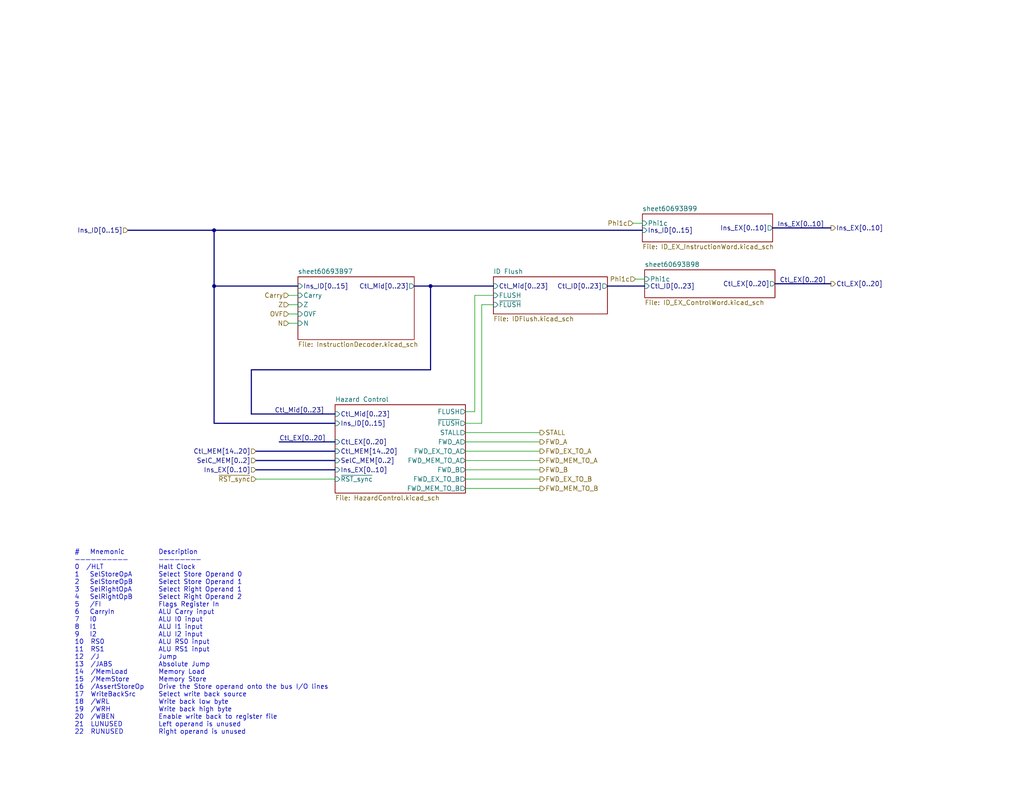
<source format=kicad_sch>
(kicad_sch
	(version 20250114)
	(generator "eeschema")
	(generator_version "9.0")
	(uuid "5600b446-cc57-4d99-a6dd-3cb2f076483c")
	(paper "USLetter")
	(title_block
		(title "ID")
		(date "2023-11-14")
		(rev "E")
		(comment 1 "Simultaneously, read the register file using indices extracted from the instruction word.")
		(comment 2 "effect conditional instructions.")
		(comment 3 "The decoder takes the condition code from the flags register into account to")
		(comment 4 "The instruction decoder turns a 5-bit opcode into an array of control signals.")
	)
	(lib_symbols)
	(text "Description\n————————\nHalt Clock\nSelect Store Operand 0\nSelect Store Operand 1\nSelect Right Operand 1\nSelect Right Operand 2\nFlags Register In\nALU Carry input\nALU I0 input\nALU I1 input\nALU I2 input\nALU RS0 input\nALU RS1 input\nJump\nAbsolute Jump\nMemory Load\nMemory Store\nDrive the Store operand onto the bus I/O lines\nSelect write back source\nWrite back low byte\nWrite back high byte\nEnable write back to register file\nLeft operand is unused\nRight operand is unused"
		(exclude_from_sim no)
		(at 43.18 200.66 0)
		(effects
			(font
				(size 1.27 1.27)
			)
			(justify left bottom)
		)
		(uuid "2ecadc66-69f8-45d0-bf37-af9bed077d19")
	)
	(text "#   Mnemonic\n——————————\n0  /HLT\n1   SelStoreOpA\n2   SelStoreOpB\n3   SelRightOpA\n4   SelRightOpB\n5   /FI\n6   CarryIn\n7   I0\n8   I1\n9   I2\n10  RS0\n11  RS1\n12  /J\n13  /JABS\n14  /MemLoad\n15  /MemStore\n16  /AssertStoreOp\n17  WriteBackSrc\n18  /WRL\n19  /WRH\n20  /WBEN\n21  LUNUSED\n22  RUNUSED"
		(exclude_from_sim no)
		(at 20.32 200.66 0)
		(effects
			(font
				(size 1.27 1.27)
			)
			(justify left bottom)
		)
		(uuid "8233de19-691a-4981-9177-f647c5ab854c")
	)
	(junction
		(at 58.42 62.865)
		(diameter 0)
		(color 0 0 0 0)
		(uuid "27fc5420-c52b-4eba-a1e9-ae94d208cd7e")
	)
	(junction
		(at 58.42 78.105)
		(diameter 0)
		(color 0 0 0 0)
		(uuid "887ab833-ee12-497c-90d3-1578904a39e9")
	)
	(junction
		(at 117.475 78.105)
		(diameter 0)
		(color 0 0 0 0)
		(uuid "f736a6c7-9be7-44ae-ac00-60a1411474ec")
	)
	(wire
		(pts
			(xy 134.62 83.185) (xy 131.445 83.185)
		)
		(stroke
			(width 0)
			(type default)
		)
		(uuid "023d7c59-9f96-48ec-bca5-46e2c44765c1")
	)
	(wire
		(pts
			(xy 81.28 88.265) (xy 78.74 88.265)
		)
		(stroke
			(width 0)
			(type default)
		)
		(uuid "126a1a13-ddbb-43b9-9ae5-a2413b275385")
	)
	(bus
		(pts
			(xy 68.58 113.03) (xy 91.44 113.03)
		)
		(stroke
			(width 0)
			(type default)
		)
		(uuid "14be568d-2e52-4aed-b81b-dddc75cbdd07")
	)
	(bus
		(pts
			(xy 117.475 100.965) (xy 117.475 78.105)
		)
		(stroke
			(width 0)
			(type default)
		)
		(uuid "1941e420-4cb0-441f-a0bc-292db13826af")
	)
	(wire
		(pts
			(xy 134.62 80.645) (xy 129.54 80.645)
		)
		(stroke
			(width 0)
			(type default)
		)
		(uuid "2538294c-99ec-4ad5-a6e4-614ad96ea43f")
	)
	(wire
		(pts
			(xy 129.54 80.645) (xy 129.54 112.395)
		)
		(stroke
			(width 0)
			(type default)
		)
		(uuid "2c16b2dd-40dd-41bd-b765-ff6631d4954c")
	)
	(wire
		(pts
			(xy 175.895 76.2) (xy 173.355 76.2)
		)
		(stroke
			(width 0)
			(type default)
		)
		(uuid "2f862d5e-6b1a-434a-a473-9c5deb2e4f13")
	)
	(wire
		(pts
			(xy 127 128.27) (xy 147.32 128.27)
		)
		(stroke
			(width 0)
			(type default)
		)
		(uuid "3036986f-780f-4e5b-8e4b-4e66acc1e072")
	)
	(wire
		(pts
			(xy 175.26 60.96) (xy 172.72 60.96)
		)
		(stroke
			(width 0)
			(type default)
		)
		(uuid "393e9771-92ee-4e12-83a4-d7ca522bd1ec")
	)
	(bus
		(pts
			(xy 69.85 128.27) (xy 91.44 128.27)
		)
		(stroke
			(width 0)
			(type default)
		)
		(uuid "3f40e620-2b34-4c9e-b852-1ba39e3dbc3a")
	)
	(bus
		(pts
			(xy 91.44 120.65) (xy 76.2 120.65)
		)
		(stroke
			(width 0)
			(type default)
		)
		(uuid "40dd95e8-f694-4b73-9182-5d9645228bbb")
	)
	(bus
		(pts
			(xy 165.735 78.105) (xy 175.895 78.105)
		)
		(stroke
			(width 0)
			(type default)
		)
		(uuid "46bfed32-22ce-4957-8e2a-6317b79d7429")
	)
	(wire
		(pts
			(xy 131.445 83.185) (xy 131.445 115.57)
		)
		(stroke
			(width 0)
			(type default)
		)
		(uuid "479d6773-06cf-4fd5-90e1-17eb1fab43b6")
	)
	(wire
		(pts
			(xy 81.28 85.725) (xy 78.74 85.725)
		)
		(stroke
			(width 0)
			(type default)
		)
		(uuid "61e795c9-5bb5-48b3-b7a0-cb64f04c7adc")
	)
	(wire
		(pts
			(xy 127 123.19) (xy 147.32 123.19)
		)
		(stroke
			(width 0)
			(type default)
		)
		(uuid "6b732b9b-51f6-479d-b29b-3f7cb9c273ef")
	)
	(bus
		(pts
			(xy 58.42 115.57) (xy 91.44 115.57)
		)
		(stroke
			(width 0)
			(type default)
		)
		(uuid "6c5e0d12-8ed5-4c38-93b5-5d0f856a23b9")
	)
	(bus
		(pts
			(xy 69.85 123.19) (xy 91.44 123.19)
		)
		(stroke
			(width 0)
			(type default)
		)
		(uuid "70b621b6-45b5-43cb-9683-d589118723d7")
	)
	(wire
		(pts
			(xy 127 120.65) (xy 147.32 120.65)
		)
		(stroke
			(width 0)
			(type default)
		)
		(uuid "729e0aa9-1770-4b96-8a01-af601278faec")
	)
	(bus
		(pts
			(xy 69.85 125.73) (xy 91.44 125.73)
		)
		(stroke
			(width 0)
			(type default)
		)
		(uuid "73e2a101-0bc0-414b-9aa7-7eeb8a3caef1")
	)
	(wire
		(pts
			(xy 81.28 83.185) (xy 78.74 83.185)
		)
		(stroke
			(width 0)
			(type default)
		)
		(uuid "85762fc6-4dad-4d00-b3f3-d625c47e2b72")
	)
	(wire
		(pts
			(xy 127 133.35) (xy 147.32 133.35)
		)
		(stroke
			(width 0)
			(type default)
		)
		(uuid "8f577817-ea32-42aa-bedc-809b6d0ffec6")
	)
	(bus
		(pts
			(xy 34.925 62.865) (xy 58.42 62.865)
		)
		(stroke
			(width 0)
			(type default)
		)
		(uuid "91815931-350b-44ea-ae11-854683127765")
	)
	(bus
		(pts
			(xy 68.58 100.965) (xy 117.475 100.965)
		)
		(stroke
			(width 0)
			(type default)
		)
		(uuid "9f27179e-d350-4f24-bf52-36bbf4ba6b99")
	)
	(bus
		(pts
			(xy 81.28 78.105) (xy 58.42 78.105)
		)
		(stroke
			(width 0)
			(type default)
		)
		(uuid "aeef9f8f-2515-46d6-a613-4e8d98d0e468")
	)
	(wire
		(pts
			(xy 127 118.11) (xy 147.32 118.11)
		)
		(stroke
			(width 0)
			(type default)
		)
		(uuid "b05af61d-3c1d-44cf-aea2-61fd169c9d1a")
	)
	(wire
		(pts
			(xy 131.445 115.57) (xy 127 115.57)
		)
		(stroke
			(width 0)
			(type default)
		)
		(uuid "b2f0d2a1-f189-4de9-9dee-e5aeee076a6a")
	)
	(wire
		(pts
			(xy 127 125.73) (xy 147.32 125.73)
		)
		(stroke
			(width 0)
			(type default)
		)
		(uuid "b8a69dfb-4ff5-4171-8662-f4fd81f9fc4a")
	)
	(bus
		(pts
			(xy 117.475 78.105) (xy 134.62 78.105)
		)
		(stroke
			(width 0)
			(type default)
		)
		(uuid "bb81a3bc-f073-4b69-8a35-af4e29bce5a3")
	)
	(bus
		(pts
			(xy 211.455 77.47) (xy 226.695 77.47)
		)
		(stroke
			(width 0)
			(type default)
		)
		(uuid "ca12753c-a5f4-49a4-bb14-a01420a86edb")
	)
	(bus
		(pts
			(xy 58.42 62.865) (xy 175.26 62.865)
		)
		(stroke
			(width 0)
			(type default)
		)
		(uuid "ca5b0ce4-20d9-48e8-a898-92c469528a80")
	)
	(wire
		(pts
			(xy 127 112.395) (xy 129.54 112.395)
		)
		(stroke
			(width 0)
			(type default)
		)
		(uuid "cd351107-b20e-48bb-9048-36db5b96f92c")
	)
	(wire
		(pts
			(xy 147.32 130.81) (xy 127 130.81)
		)
		(stroke
			(width 0)
			(type default)
		)
		(uuid "cf02db11-2ff8-4f79-b3e9-9802575ab786")
	)
	(bus
		(pts
			(xy 113.03 78.105) (xy 117.475 78.105)
		)
		(stroke
			(width 0)
			(type default)
		)
		(uuid "d4527958-a0de-432d-98a9-7f2f2a2e0535")
	)
	(wire
		(pts
			(xy 81.28 80.645) (xy 78.74 80.645)
		)
		(stroke
			(width 0)
			(type default)
		)
		(uuid "d5316dab-96ab-4569-a34d-520f96a50c86")
	)
	(bus
		(pts
			(xy 210.82 62.23) (xy 226.695 62.23)
		)
		(stroke
			(width 0)
			(type default)
		)
		(uuid "eca73914-6f4b-487c-b8f6-6bedca0fa3fb")
	)
	(bus
		(pts
			(xy 58.42 78.105) (xy 58.42 115.57)
		)
		(stroke
			(width 0)
			(type default)
		)
		(uuid "ef30652b-06fe-409e-909f-902aeff43d35")
	)
	(bus
		(pts
			(xy 68.58 113.03) (xy 68.58 100.965)
		)
		(stroke
			(width 0)
			(type default)
		)
		(uuid "f3397a80-5954-4a92-86d8-e9ade732f1d4")
	)
	(bus
		(pts
			(xy 58.42 62.865) (xy 58.42 78.105)
		)
		(stroke
			(width 0)
			(type default)
		)
		(uuid "f683b564-906b-42f6-a233-cd22c58657dd")
	)
	(wire
		(pts
			(xy 69.85 130.81) (xy 91.44 130.81)
		)
		(stroke
			(width 0)
			(type default)
		)
		(uuid "fe888b81-efe2-43e0-88ce-129469aeaa40")
	)
	(label "Ins_EX[0..10]"
		(at 212.09 62.23 0)
		(effects
			(font
				(size 1.27 1.27)
			)
			(justify left bottom)
		)
		(uuid "418a0e9c-c95f-4d4a-a88f-ec13faf3303c")
	)
	(label "Ctl_EX[0..20]"
		(at 76.2 120.65 0)
		(effects
			(font
				(size 1.27 1.27)
			)
			(justify left bottom)
		)
		(uuid "47810042-03f0-4ee4-a50e-f2ff484df170")
	)
	(label "Ctl_EX[0..20]"
		(at 212.725 77.47 0)
		(effects
			(font
				(size 1.27 1.27)
			)
			(justify left bottom)
		)
		(uuid "7288ce3d-ad6e-43f5-96ca-99065d7798d0")
	)
	(label "Ctl_Mid[0..23]"
		(at 74.93 113.03 0)
		(effects
			(font
				(size 1.27 1.27)
			)
			(justify left bottom)
		)
		(uuid "796db869-0097-47e7-801f-cda0ea750e7a")
	)
	(hierarchical_label "Carry"
		(shape input)
		(at 78.74 80.645 180)
		(effects
			(font
				(size 1.27 1.27)
			)
			(justify right)
		)
		(uuid "013a1c32-db17-4fdf-9087-65b8bebaf5c1")
	)
	(hierarchical_label "Phi1c"
		(shape input)
		(at 173.355 76.2 180)
		(effects
			(font
				(size 1.27 1.27)
			)
			(justify right)
		)
		(uuid "0eecf8e0-d186-4d02-915d-689b4d405ef9")
	)
	(hierarchical_label "OVF"
		(shape input)
		(at 78.74 85.725 180)
		(effects
			(font
				(size 1.27 1.27)
			)
			(justify right)
		)
		(uuid "2bf34b7c-94ca-4ac8-94c5-6312536f342f")
	)
	(hierarchical_label "FWD_A"
		(shape output)
		(at 147.32 120.65 0)
		(effects
			(font
				(size 1.27 1.27)
			)
			(justify left)
		)
		(uuid "2cea7e27-6394-4df4-ac1c-163e3974eba6")
	)
	(hierarchical_label "N"
		(shape input)
		(at 78.74 88.265 180)
		(effects
			(font
				(size 1.27 1.27)
			)
			(justify right)
		)
		(uuid "2eccec55-e8a8-4ef3-bb76-4a91f5245f42")
	)
	(hierarchical_label "Z"
		(shape input)
		(at 78.74 83.185 180)
		(effects
			(font
				(size 1.27 1.27)
			)
			(justify right)
		)
		(uuid "39f65f62-d48a-4aa3-a9a3-c17d058105fe")
	)
	(hierarchical_label "FWD_EX_TO_B"
		(shape output)
		(at 147.32 130.81 0)
		(effects
			(font
				(size 1.27 1.27)
			)
			(justify left)
		)
		(uuid "3ad742b0-3846-4693-9fdf-4d5261187ca9")
	)
	(hierarchical_label "Ctl_EX[0..20]"
		(shape output)
		(at 226.695 77.47 0)
		(effects
			(font
				(size 1.27 1.27)
			)
			(justify left)
		)
		(uuid "44f6de44-c3d8-405f-ac4c-196fb6e5deee")
	)
	(hierarchical_label "Ins_EX[0..10]"
		(shape input)
		(at 69.85 128.27 180)
		(effects
			(font
				(size 1.27 1.27)
			)
			(justify right)
		)
		(uuid "48d919bf-1f23-4426-bfff-25ceb2530f1f")
	)
	(hierarchical_label "STALL"
		(shape output)
		(at 147.32 118.11 0)
		(effects
			(font
				(size 1.27 1.27)
			)
			(justify left)
		)
		(uuid "7e9c7b14-3332-49ee-a587-5014a80db3f9")
	)
	(hierarchical_label "Ctl_MEM[14..20]"
		(shape input)
		(at 69.85 123.19 180)
		(effects
			(font
				(size 1.27 1.27)
			)
			(justify right)
		)
		(uuid "7f2c9904-545b-4337-acd6-8707e0924818")
	)
	(hierarchical_label "Ins_EX[0..10]"
		(shape output)
		(at 226.695 62.23 0)
		(effects
			(font
				(size 1.27 1.27)
			)
			(justify left)
		)
		(uuid "9f7324c5-50a2-442c-8a80-edf04aa2b2ac")
	)
	(hierarchical_label "FWD_MEM_TO_B"
		(shape output)
		(at 147.32 133.35 0)
		(effects
			(font
				(size 1.27 1.27)
			)
			(justify left)
		)
		(uuid "abd7f2b5-ebf6-4918-aadc-24dabcc8e48f")
	)
	(hierarchical_label "Phi1c"
		(shape input)
		(at 172.72 60.96 180)
		(effects
			(font
				(size 1.27 1.27)
			)
			(justify right)
		)
		(uuid "c4245c26-171a-403e-a2d8-6d9acc61fcae")
	)
	(hierarchical_label "FWD_MEM_TO_A"
		(shape output)
		(at 147.32 125.73 0)
		(effects
			(font
				(size 1.27 1.27)
			)
			(justify left)
		)
		(uuid "d153cf8f-3cfc-4866-8bb5-6e189efc6334")
	)
	(hierarchical_label "SelC_MEM[0..2]"
		(shape input)
		(at 69.85 125.73 180)
		(effects
			(font
				(size 1.27 1.27)
			)
			(justify right)
		)
		(uuid "e382fedc-c868-44fd-9740-47cc05b15c1c")
	)
	(hierarchical_label "Ins_ID[0..15]"
		(shape input)
		(at 34.925 62.865 180)
		(effects
			(font
				(size 1.27 1.27)
			)
			(justify right)
		)
		(uuid "e5e03502-ed28-4743-9af6-23bafe8e639e")
	)
	(hierarchical_label "FWD_EX_TO_A"
		(shape output)
		(at 147.32 123.19 0)
		(effects
			(font
				(size 1.27 1.27)
			)
			(justify left)
		)
		(uuid "e73d5cff-eaf0-4767-b7c2-fda165aced8e")
	)
	(hierarchical_label "~{RST_sync}"
		(shape input)
		(at 69.85 130.81 180)
		(effects
			(font
				(size 1.27 1.27)
			)
			(justify right)
		)
		(uuid "e8a67363-4973-4744-b0d4-b537ac4aaca8")
	)
	(hierarchical_label "FWD_B"
		(shape output)
		(at 147.32 128.27 0)
		(effects
			(font
				(size 1.27 1.27)
			)
			(justify left)
		)
		(uuid "f4679fa8-ba18-4ec6-9bda-7def86487715")
	)
	(sheet
		(at 91.44 110.49)
		(size 35.56 24.13)
		(exclude_from_sim no)
		(in_bom yes)
		(on_board yes)
		(dnp no)
		(fields_autoplaced yes)
		(stroke
			(width 0)
			(type solid)
		)
		(fill
			(color 0 0 0 0.0000)
		)
		(uuid "00000000-0000-0000-0000-00005fda967f")
		(property "Sheetname" "Hazard Control"
			(at 91.44 109.7784 0)
			(effects
				(font
					(size 1.27 1.27)
				)
				(justify left bottom)
			)
		)
		(property "Sheetfile" "HazardControl.kicad_sch"
			(at 91.44 135.2046 0)
			(effects
				(font
					(size 1.27 1.27)
				)
				(justify left top)
			)
		)
		(pin "SelC_MEM[0..2]" input
			(at 91.44 125.73 180)
			(uuid "ab5db7e5-9de7-449f-b70b-9d0dd610b10b")
			(effects
				(font
					(size 1.27 1.27)
				)
				(justify left)
			)
		)
		(pin "Ins_EX[0..10]" input
			(at 91.44 128.27 180)
			(uuid "a4813917-c395-4e03-b658-4133a12249cd")
			(effects
				(font
					(size 1.27 1.27)
				)
				(justify left)
			)
		)
		(pin "Ctl_MEM[14..20]" input
			(at 91.44 123.19 180)
			(uuid "f2cb3dc7-19c3-4d39-8479-4368f9d1680c")
			(effects
				(font
					(size 1.27 1.27)
				)
				(justify left)
			)
		)
		(pin "Ins_ID[0..15]" input
			(at 91.44 115.57 180)
			(uuid "ee5ea3d6-1422-40d3-882b-9d8b9c72bbba")
			(effects
				(font
					(size 1.27 1.27)
				)
				(justify left)
			)
		)
		(pin "STALL" output
			(at 127 118.11 0)
			(uuid "6c1d0ff6-53d9-4a5b-89a8-5313d6ca7d94")
			(effects
				(font
					(size 1.27 1.27)
				)
				(justify right)
			)
		)
		(pin "~{FLUSH}" output
			(at 127 115.57 0)
			(uuid "94b40fef-8e3d-4a32-a137-035c86ca86c8")
			(effects
				(font
					(size 1.27 1.27)
				)
				(justify right)
			)
		)
		(pin "FWD_A" output
			(at 127 120.65 0)
			(uuid "bb592211-9895-49a1-bb6a-47f7a9f85864")
			(effects
				(font
					(size 1.27 1.27)
				)
				(justify right)
			)
		)
		(pin "FWD_EX_TO_A" output
			(at 127 123.19 0)
			(uuid "a28b42a6-1c1a-4667-9b8b-ad6bdfd23632")
			(effects
				(font
					(size 1.27 1.27)
				)
				(justify right)
			)
		)
		(pin "FWD_MEM_TO_A" output
			(at 127 125.73 0)
			(uuid "fc56b098-c3aa-474b-aac9-da58d4f42386")
			(effects
				(font
					(size 1.27 1.27)
				)
				(justify right)
			)
		)
		(pin "FWD_EX_TO_B" output
			(at 127 130.81 0)
			(uuid "c360b637-6f5d-44e0-97f7-af09c2986ed7")
			(effects
				(font
					(size 1.27 1.27)
				)
				(justify right)
			)
		)
		(pin "FWD_MEM_TO_B" output
			(at 127 133.35 0)
			(uuid "91e34627-a183-42e4-bafa-955f631c2bab")
			(effects
				(font
					(size 1.27 1.27)
				)
				(justify right)
			)
		)
		(pin "FWD_B" output
			(at 127 128.27 0)
			(uuid "0df376e0-b3b8-4926-8318-ef70bcc43326")
			(effects
				(font
					(size 1.27 1.27)
				)
				(justify right)
			)
		)
		(pin "Ctl_Mid[0..23]" input
			(at 91.44 113.03 180)
			(uuid "d0e144a3-6f5f-4307-ac4c-47637e9032bf")
			(effects
				(font
					(size 1.27 1.27)
				)
				(justify left)
			)
		)
		(pin "~{RST_sync}" input
			(at 91.44 130.81 180)
			(uuid "3afbca7c-6431-4b48-95eb-70440d83182e")
			(effects
				(font
					(size 1.27 1.27)
				)
				(justify left)
			)
		)
		(pin "FLUSH" output
			(at 127 112.395 0)
			(uuid "8ebb9e95-3077-468f-b1ce-2532864c8a5b")
			(effects
				(font
					(size 1.27 1.27)
				)
				(justify right)
			)
		)
		(pin "Ctl_EX[0..20]" input
			(at 91.44 120.65 180)
			(uuid "26c71aa4-6d7b-4b4a-8877-c1425a3e0c35")
			(effects
				(font
					(size 1.27 1.27)
				)
				(justify left)
			)
		)
		(instances
			(project "ControlModule"
				(path "/83c5181e-f5ee-453c-ae5c-d7256ba8837d/00000000-0000-0000-0000-00005fed3839"
					(page "31")
				)
			)
		)
	)
	(sheet
		(at 81.28 75.565)
		(size 31.75 17.145)
		(exclude_from_sim no)
		(in_bom yes)
		(on_board yes)
		(dnp no)
		(fields_autoplaced yes)
		(stroke
			(width 0)
			(type solid)
		)
		(fill
			(color 0 0 0 0.0000)
		)
		(uuid "00000000-0000-0000-0000-000060693bcf")
		(property "Sheetname" "sheet60693B97"
			(at 81.28 74.8534 0)
			(effects
				(font
					(size 1.27 1.27)
				)
				(justify left bottom)
			)
		)
		(property "Sheetfile" "InstructionDecoder.kicad_sch"
			(at 81.28 93.2946 0)
			(effects
				(font
					(size 1.27 1.27)
				)
				(justify left top)
			)
		)
		(pin "Carry" input
			(at 81.28 80.645 180)
			(uuid "92ba8945-0271-4dc3-a102-541bc7646045")
			(effects
				(font
					(size 1.27 1.27)
				)
				(justify left)
			)
		)
		(pin "Z" input
			(at 81.28 83.185 180)
			(uuid "c8ce7d0f-bd8a-416c-9bb9-339f4090a830")
			(effects
				(font
					(size 1.27 1.27)
				)
				(justify left)
			)
		)
		(pin "Ins_ID[0..15]" input
			(at 81.28 78.105 180)
			(uuid "3a41f6b2-d64e-4fc9-9c78-62461e28f42c")
			(effects
				(font
					(size 1.27 1.27)
				)
				(justify left)
			)
		)
		(pin "OVF" input
			(at 81.28 85.725 180)
			(uuid "fd2d066c-2ff9-43c4-ab8e-a65d2b71b5c1")
			(effects
				(font
					(size 1.27 1.27)
				)
				(justify left)
			)
		)
		(pin "Ctl_Mid[0..23]" output
			(at 113.03 78.105 0)
			(uuid "815a0815-7930-45ec-8d6e-dc110f979c75")
			(effects
				(font
					(size 1.27 1.27)
				)
				(justify right)
			)
		)
		(pin "N" input
			(at 81.28 88.265 180)
			(uuid "2d3645f0-5e3c-4ee7-ae58-320ab620781d")
			(effects
				(font
					(size 1.27 1.27)
				)
				(justify left)
			)
		)
		(instances
			(project "ControlModule"
				(path "/83c5181e-f5ee-453c-ae5c-d7256ba8837d/00000000-0000-0000-0000-00005fed3839"
					(page "28")
				)
			)
		)
	)
	(sheet
		(at 175.895 73.66)
		(size 35.56 7.62)
		(exclude_from_sim no)
		(in_bom yes)
		(on_board yes)
		(dnp no)
		(fields_autoplaced yes)
		(stroke
			(width 0)
			(type solid)
		)
		(fill
			(color 0 0 0 0.0000)
		)
		(uuid "00000000-0000-0000-0000-000060693be1")
		(property "Sheetname" "sheet60693B98"
			(at 175.895 72.9484 0)
			(effects
				(font
					(size 1.27 1.27)
				)
				(justify left bottom)
			)
		)
		(property "Sheetfile" "ID_EX_ControlWord.kicad_sch"
			(at 175.895 81.8646 0)
			(effects
				(font
					(size 1.27 1.27)
				)
				(justify left top)
			)
		)
		(pin "Ctl_ID[0..23]" input
			(at 175.895 78.105 180)
			(uuid "050ccb9c-c92e-4885-96ad-3c8ee62baa70")
			(effects
				(font
					(size 1.27 1.27)
				)
				(justify left)
			)
		)
		(pin "Ctl_EX[0..20]" output
			(at 211.455 77.47 0)
			(uuid "c31b0de8-04f3-4322-ac80-83337fa9be21")
			(effects
				(font
					(size 1.27 1.27)
				)
				(justify right)
			)
		)
		(pin "Phi1c" input
			(at 175.895 76.2 180)
			(uuid "5ec4efca-a682-4804-b74b-522548ab3414")
			(effects
				(font
					(size 1.27 1.27)
				)
				(justify left)
			)
		)
		(instances
			(project "ControlModule"
				(path "/83c5181e-f5ee-453c-ae5c-d7256ba8837d/00000000-0000-0000-0000-00005fed3839"
					(page "34")
				)
			)
		)
	)
	(sheet
		(at 175.26 58.42)
		(size 35.56 7.62)
		(exclude_from_sim no)
		(in_bom yes)
		(on_board yes)
		(dnp no)
		(fields_autoplaced yes)
		(stroke
			(width 0)
			(type solid)
		)
		(fill
			(color 0 0 0 0.0000)
		)
		(uuid "00000000-0000-0000-0000-000060693be5")
		(property "Sheetname" "sheet60693B99"
			(at 175.26 57.7084 0)
			(effects
				(font
					(size 1.27 1.27)
				)
				(justify left bottom)
			)
		)
		(property "Sheetfile" "ID_EX_InstructionWord.kicad_sch"
			(at 175.26 66.6246 0)
			(effects
				(font
					(size 1.27 1.27)
				)
				(justify left top)
			)
		)
		(pin "Ins_ID[0..15]" input
			(at 175.26 62.865 180)
			(uuid "a560f403-c7e0-4d97-9b6c-c5351bebb237")
			(effects
				(font
					(size 1.27 1.27)
				)
				(justify left)
			)
		)
		(pin "Ins_EX[0..10]" output
			(at 210.82 62.23 0)
			(uuid "5cfe5589-d53d-4797-82e8-c31b86c5fbb8")
			(effects
				(font
					(size 1.27 1.27)
				)
				(justify right)
			)
		)
		(pin "Phi1c" input
			(at 175.26 60.96 180)
			(uuid "13c5a143-2777-4d83-a358-3f308477d9f1")
			(effects
				(font
					(size 1.27 1.27)
				)
				(justify left)
			)
		)
		(instances
			(project "ControlModule"
				(path "/83c5181e-f5ee-453c-ae5c-d7256ba8837d/00000000-0000-0000-0000-00005fed3839"
					(page "33")
				)
			)
		)
	)
	(sheet
		(at 134.62 75.565)
		(size 31.115 10.16)
		(exclude_from_sim no)
		(in_bom yes)
		(on_board yes)
		(dnp no)
		(fields_autoplaced yes)
		(stroke
			(width 0.1524)
			(type solid)
		)
		(fill
			(color 0 0 0 0.0000)
		)
		(uuid "960ada49-cad4-45a9-8c06-0a6f2ac09c81")
		(property "Sheetname" "ID Flush"
			(at 134.62 74.8534 0)
			(effects
				(font
					(size 1.27 1.27)
				)
				(justify left bottom)
			)
		)
		(property "Sheetfile" "IDFlush.kicad_sch"
			(at 134.62 86.3096 0)
			(effects
				(font
					(size 1.27 1.27)
				)
				(justify left top)
			)
		)
		(pin "Ctl_ID[0..23]" output
			(at 165.735 78.105 0)
			(uuid "30cfdc8b-d75b-478e-916a-733fd201bac5")
			(effects
				(font
					(size 1.27 1.27)
				)
				(justify right)
			)
		)
		(pin "~{FLUSH}" input
			(at 134.62 83.185 180)
			(uuid "2caebdda-2a96-4349-85b3-3475c0c1b729")
			(effects
				(font
					(size 1.27 1.27)
				)
				(justify left)
			)
		)
		(pin "Ctl_Mid[0..23]" input
			(at 134.62 78.105 180)
			(uuid "4ec32454-e565-4235-b971-25af437c5c09")
			(effects
				(font
					(size 1.27 1.27)
				)
				(justify left)
			)
		)
		(pin "FLUSH" input
			(at 134.62 80.645 180)
			(uuid "043f6404-5e26-446c-9302-cfde747d1018")
			(effects
				(font
					(size 1.27 1.27)
				)
				(justify left)
			)
		)
		(instances
			(project "ControlModule"
				(path "/83c5181e-f5ee-453c-ae5c-d7256ba8837d/00000000-0000-0000-0000-00005fed3839"
					(page "8")
				)
			)
		)
	)
)

</source>
